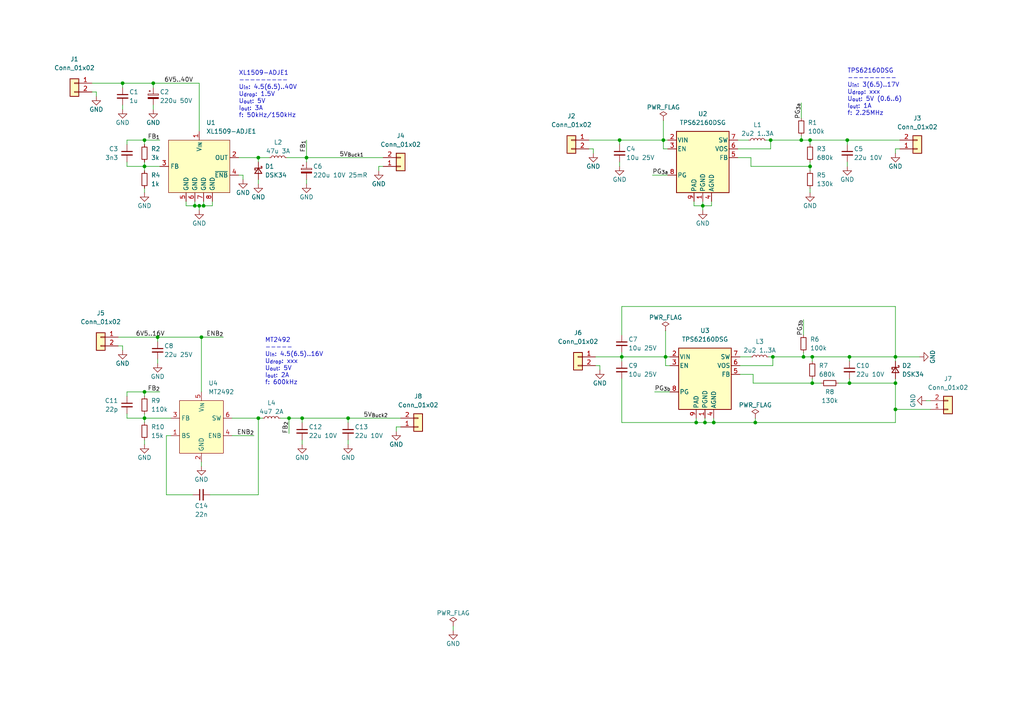
<source format=kicad_sch>
(kicad_sch (version 20211123) (generator eeschema)
  (paper "A4")
  (lib_symbols
    (symbol "Connector_Generic:Conn_01x02" (pin_names (offset 1.016) hide)
      (property "Reference" "J" (at 0 2.54 0))
      (property "Value" "Conn_01x02" (at 0 -5.08 0))
      (symbol "Conn_01x02_1_1"
        (rectangle (start -1.27 -2.413) (end 0 -2.667) (stroke (width 0.1524)))
        (rectangle (start -1.27 0.127) (end 0 -0.127) (stroke (width 0.1524)))
        (rectangle (start -1.27 1.27) (end 1.27 -3.81) (stroke (width 0.254)) (fill (type background)))
        (pin passive line (at -5.08 0 0) (length 3.81) (name "Pin_1") (number "1"))
        (pin passive line (at -5.08 -2.54 0) (length 3.81) (name "Pin_2") (number "2"))
      )
    )
    (symbol "Device:C_Polarized_Small" (pin_numbers hide) (pin_names (offset 0.254) hide)
      (property "Reference" "C" (at 0.254 1.778 0))
      (property "Value" "C_Polarized_Small" (at 0.254 -2.032 0))
      (symbol "C_Polarized_Small_0_1"
        (rectangle (start -1.524 -0.3048) (end 1.524 -0.6858) (fill (type outline)))
        (rectangle (start -1.524 0.6858) (end 1.524 0.3048))
        (polyline (pts (xy -1.27 1.524) (xy -0.762 1.524)))
        (polyline (pts (xy -1.016 1.27) (xy -1.016 1.778)))
      )
      (symbol "C_Polarized_Small_1_1"
        (pin passive line (at 0 2.54 270) (length 1.8542) (name "~") (number "1"))
        (pin passive line (at 0 -2.54 90) (length 1.8542) (name "~") (number "2"))
      )
    )
    (symbol "Device:C_Small" (pin_numbers hide) (pin_names (offset 0.254) hide)
      (property "Reference" "C" (at 0.254 1.778 0))
      (property "Value" "C_Small" (at 0.254 -2.032 0))
      (symbol "C_Small_0_1"
        (polyline (pts (xy -1.524 -0.508) (xy 1.524 -0.508)) (stroke (width 0.3302)))
        (polyline (pts (xy -1.524 0.508) (xy 1.524 0.508)) (stroke (width 0.3048)))
      )
      (symbol "C_Small_1_1"
        (pin passive line (at 0 2.54 270) (length 2.032) (name "~") (number "1"))
        (pin passive line (at 0 -2.54 90) (length 2.032) (name "~") (number "2"))
      )
    )
    (symbol "Device:D_Schottky_Small" (pin_numbers hide) (pin_names (offset 0.254) hide)
      (property "Reference" "D" (at -1.27 2.032 0))
      (property "Value" "D_Schottky_Small" (at -7.112 -2.032 0))
      (symbol "D_Schottky_Small_0_1"
        (polyline (pts (xy -0.762 0) (xy 0.762 0)))
        (polyline (pts (xy 0.762 -1.016) (xy -0.762 0) (xy 0.762 1.016) (xy 0.762 -1.016)) (stroke (width 0.254)))
        (polyline (pts (xy -1.27 0.762) (xy -1.27 1.016) (xy -0.762 1.016) (xy -0.762 -1.016) (xy -0.254 -1.016) (xy -0.254 -0.762)) (stroke (width 0.254)))
      )
      (symbol "D_Schottky_Small_1_1"
        (pin passive line (at -2.54 0 0) (length 1.778) (name "K") (number "1"))
        (pin passive line (at 2.54 0 180) (length 1.778) (name "A") (number "2"))
      )
    )
    (symbol "Device:L_Small" (pin_numbers hide) (pin_names (offset 0.254) hide)
      (property "Reference" "L" (at 0.762 1.016 0))
      (property "Value" "L_Small" (at 0.762 -1.016 0))
      (symbol "L_Small_0_1"
        (arc (start 0 -2.032) (mid 0.508 -1.524) (end 0 -1.016))
        (arc (start 0 -1.016) (mid 0.508 -0.508) (end 0 0))
        (arc (start 0 0) (mid 0.508 0.508) (end 0 1.016))
        (arc (start 0 1.016) (mid 0.508 1.524) (end 0 2.032))
      )
      (symbol "L_Small_1_1"
        (pin passive line (at 0 2.54 270) (length 0.508) (name "~") (number "1"))
        (pin passive line (at 0 -2.54 90) (length 0.508) (name "~") (number "2"))
      )
    )
    (symbol "Device:R_Small" (pin_numbers hide) (pin_names (offset 0.254) hide)
      (property "Reference" "R" (at 0.762 0.508 0))
      (property "Value" "R_Small" (at 0.762 -1.016 0))
      (symbol "R_Small_0_1"
        (rectangle (start -0.762 1.778) (end 0.762 -1.778) (stroke (width 0.2032)))
      )
      (symbol "R_Small_1_1"
        (pin passive line (at 0 2.54 270) (length 0.762) (name "~") (number "1"))
        (pin passive line (at 0 -2.54 90) (length 0.762) (name "~") (number "2"))
      )
    )
    (symbol "Regulator_Switching:TPS62160DSG" (pin_names (offset 0.254))
      (property "Reference" "U" (at -7.62 11.43 0))
      (property "Value" "TPS62160DSG" (at -1.27 11.43 0))
      (symbol "TPS62160DSG_0_1"
        (rectangle (start -7.62 10.16) (end 7.62 -7.62) (stroke (width 0.254)) (fill (type background)))
      )
      (symbol "TPS62160DSG_1_1"
        (pin power_in line (at 0 -10.16 90) (length 2.54) (name "PGND") (number "1"))
        (pin power_in line (at -10.16 7.62 0) (length 2.54) (name "VIN") (number "2"))
        (pin input line (at -10.16 5.08 0) (length 2.54) (name "EN") (number "3"))
        (pin power_in line (at 2.54 -10.16 90) (length 2.54) (name "AGND") (number "4"))
        (pin input line (at 10.16 2.54 180) (length 2.54) (name "FB") (number "5"))
        (pin input line (at 10.16 5.08 180) (length 2.54) (name "VOS") (number "6"))
        (pin output line (at 10.16 7.62 180) (length 2.54) (name "SW") (number "7"))
        (pin open_collector line (at -10.16 -2.54 0) (length 2.54) (name "PG") (number "8"))
        (pin power_in line (at -2.54 -10.16 90) (length 2.54) (name "PAD") (number "9"))
      )
    )
    (symbol "TimGollLib:MT2492"
      (property "Reference" "U" (at 1.27 12.7 0))
      (property "Value" "MT2492" (at 1.27 10.16 0))
      (symbol "MT2492_0_1"
        (rectangle (start -6.35 7.62) (end 6.35 -7.62) (fill (type background)))
      )
      (symbol "MT2492_1_1"
        (pin passive line (at -8.89 -2.54 0) (length 2.54) (name "BS") (number "1"))
        (pin passive line (at 0 -10.16 90) (length 2.54) (name "GND") (number "2"))
        (pin passive line (at -8.89 2.54 0) (length 2.54) (name "FB") (number "3"))
        (pin passive line (at 8.89 -2.54 180) (length 2.54) (name "ENB") (number "4"))
        (pin passive line (at 0 10.16 270) (length 2.54) (name "V_{IN}") (number "5"))
        (pin passive line (at 8.89 2.54 180) (length 2.54) (name "SW") (number "6"))
      )
    )
    (symbol "TimGollLib:XL1509-xxxE1"
      (property "Reference" "U" (at 2.54 12.7 0))
      (property "Value" "XL1509-xxxE1" (at 2.54 10.16 0))
      (symbol "XL1509-xxxE1_0_1"
        (rectangle (start -8.89 7.62) (end 8.89 -7.62) (fill (type background)))
      )
      (symbol "XL1509-xxxE1_1_1"
        (pin passive line (at 0 10.16 270) (length 2.54) (name "V_{IN}") (number "1"))
        (pin passive line (at 11.43 2.54 180) (length 2.54) (name "OUT") (number "2"))
        (pin passive line (at -11.43 0 0) (length 2.54) (name "FB") (number "3"))
        (pin passive line (at 11.43 -2.54 180) (length 2.54) (name "~{ENB}") (number "4"))
        (pin passive line (at -3.81 -10.16 90) (length 2.54) (name "GND") (number "5"))
        (pin passive line (at -1.27 -10.16 90) (length 2.54) (name "GND") (number "6"))
        (pin passive line (at 1.27 -10.16 90) (length 2.54) (name "GND") (number "7"))
        (pin passive line (at 3.81 -10.16 90) (length 2.54) (name "GND") (number "8"))
      )
    )
    (symbol "power:GND" (power) (pin_names (offset 0))
      (property "Value" "GND" (at 0 -3.81 0))
      (symbol "GND_0_1"
        (polyline (pts (xy 0 0) (xy 0 -1.27) (xy 1.27 -1.27) (xy 0 -2.54) (xy -1.27 -1.27) (xy 0 -1.27)))
      )
      (symbol "GND_1_1"
        (pin power_in line (at 0 0 270) (length 0) hide (name "GND") (number "1"))
      )
    )
    (symbol "power:PWR_FLAG" (power) (pin_numbers hide) (pin_names (offset 0) hide)
      (property "Value" "PWR_FLAG" (at 0 3.81 0))
      (symbol "PWR_FLAG_0_0"
        (pin power_out line (at 0 0 90) (length 0) (name "pwr") (number "1"))
      )
      (symbol "PWR_FLAG_0_1"
        (polyline (pts (xy 0 0) (xy 0 1.27) (xy -1.016 1.905) (xy 0 2.54) (xy 1.016 1.905) (xy 0 1.27)))
      )
    )
  )
  (junction (at 204.47 122.555))
  (junction (at 180.34 103.505))
  (junction (at 233.045 103.505))
  (junction (at 246.38 103.505))
  (junction (at 259.715 118.745))
  (junction (at 87.63 121.285))
  (junction (at 219.075 122.555))
  (junction (at 41.91 113.665))
  (junction (at 245.745 40.64))
  (junction (at 56.515 59.69))
  (junction (at 41.91 40.64))
  (junction (at 35.56 24.13))
  (junction (at 44.45 24.13))
  (junction (at 224.155 103.505))
  (junction (at 45.72 97.79))
  (junction (at 59.055 59.69))
  (junction (at 57.785 59.69))
  (junction (at 259.715 103.505))
  (junction (at 259.715 111.125))
  (junction (at 201.93 122.555))
  (junction (at 83.82 121.285))
  (junction (at 58.42 97.79))
  (junction (at 179.705 40.64))
  (junction (at 192.405 40.64))
  (junction (at 232.41 40.64))
  (junction (at 193.04 103.505))
  (junction (at 234.95 48.26))
  (junction (at 74.93 121.285))
  (junction (at 207.01 122.555))
  (junction (at 223.52 40.64))
  (junction (at 234.95 40.64))
  (junction (at 41.91 121.285))
  (junction (at 74.93 45.72))
  (junction (at 246.38 111.125))
  (junction (at 41.91 48.26))
  (junction (at 88.9 45.72))
  (junction (at 235.585 111.125))
  (junction (at 235.585 103.505))
  (junction (at 100.965 121.285))
  (junction (at 203.835 59.69))
  (wire (pts (xy 207.01 122.555) (xy 219.075 122.555)))
  (wire (pts (xy 233.045 103.505) (xy 235.585 103.505)))
  (wire (pts (xy 36.83 114.935) (xy 36.83 113.665)))
  (wire (pts (xy 53.975 59.69) (xy 56.515 59.69)))
  (wire (pts (xy 74.93 121.285) (xy 76.2 121.285)))
  (wire (pts (xy 201.93 122.555) (xy 204.47 122.555)))
  (wire (pts (xy 234.95 46.99) (xy 234.95 48.26)))
  (wire (pts (xy 193.04 103.505) (xy 194.31 103.505)))
  (wire (pts (xy 48.26 126.365) (xy 48.26 143.51)))
  (wire (pts (xy 233.045 92.71) (xy 233.045 97.155)))
  (wire (pts (xy 246.38 109.855) (xy 246.38 111.125)))
  (wire (pts (xy 36.83 113.665) (xy 41.91 113.665)))
  (wire (pts (xy 109.855 49.53) (xy 109.855 48.26)))
  (wire (pts (xy 180.34 102.235) (xy 180.34 103.505)))
  (wire (pts (xy 193.04 106.045) (xy 193.04 103.505)))
  (wire (pts (xy 180.34 104.775) (xy 180.34 103.505)))
  (wire (pts (xy 56.515 59.69) (xy 57.785 59.69)))
  (wire (pts (xy 259.715 43.18) (xy 260.985 43.18)))
  (wire (pts (xy 217.805 45.72) (xy 217.805 48.26)))
  (wire (pts (xy 259.715 109.855) (xy 259.715 111.125)))
  (wire (pts (xy 218.44 111.125) (xy 235.585 111.125)))
  (wire (pts (xy 36.83 46.99) (xy 36.83 48.26)))
  (wire (pts (xy 224.155 103.505) (xy 222.885 103.505)))
  (wire (pts (xy 180.34 109.855) (xy 180.34 122.555)))
  (wire (pts (xy 219.075 122.555) (xy 259.715 122.555)))
  (wire (pts (xy 259.715 103.505) (xy 259.715 104.775)))
  (wire (pts (xy 114.935 123.825) (xy 116.205 123.825)))
  (wire (pts (xy 53.975 58.42) (xy 53.975 59.69)))
  (wire (pts (xy 88.9 40.64) (xy 88.9 45.72)))
  (wire (pts (xy 83.82 121.285) (xy 87.63 121.285)))
  (wire (pts (xy 48.26 143.51) (xy 55.88 143.51)))
  (wire (pts (xy 192.405 40.64) (xy 193.675 40.64)))
  (wire (pts (xy 74.93 143.51) (xy 74.93 121.285)))
  (wire (pts (xy 234.95 40.64) (xy 234.95 41.91)))
  (wire (pts (xy 259.715 122.555) (xy 259.715 118.745)))
  (wire (pts (xy 213.995 43.18) (xy 223.52 43.18)))
  (wire (pts (xy 246.38 111.125) (xy 259.715 111.125)))
  (wire (pts (xy 35.56 25.4) (xy 35.56 24.13)))
  (wire (pts (xy 170.815 40.64) (xy 179.705 40.64)))
  (wire (pts (xy 41.91 40.64) (xy 46.355 40.64)))
  (wire (pts (xy 74.93 121.285) (xy 67.31 121.285)))
  (wire (pts (xy 36.83 121.285) (xy 41.91 121.285)))
  (wire (pts (xy 192.405 34.925) (xy 192.405 40.64)))
  (wire (pts (xy 194.31 106.045) (xy 193.04 106.045)))
  (wire (pts (xy 44.45 30.48) (xy 44.45 31.75)))
  (wire (pts (xy 58.42 113.665) (xy 58.42 97.79)))
  (wire (pts (xy 203.835 58.42) (xy 203.835 59.69)))
  (wire (pts (xy 218.44 108.585) (xy 218.44 111.125)))
  (wire (pts (xy 88.9 52.07) (xy 88.9 53.34)))
  (wire (pts (xy 58.42 97.79) (xy 64.77 97.79)))
  (wire (pts (xy 259.715 103.505) (xy 266.7 103.505)))
  (wire (pts (xy 41.91 49.53) (xy 41.91 48.26)))
  (wire (pts (xy 234.95 40.64) (xy 245.745 40.64)))
  (wire (pts (xy 41.91 46.99) (xy 41.91 48.26)))
  (wire (pts (xy 49.53 126.365) (xy 48.26 126.365)))
  (wire (pts (xy 41.91 48.26) (xy 46.355 48.26)))
  (wire (pts (xy 204.47 121.285) (xy 204.47 122.555)))
  (wire (pts (xy 35.56 24.13) (xy 44.45 24.13)))
  (wire (pts (xy 206.375 59.69) (xy 206.375 58.42)))
  (wire (pts (xy 179.705 41.91) (xy 179.705 40.64)))
  (wire (pts (xy 223.52 43.18) (xy 223.52 40.64)))
  (wire (pts (xy 83.82 121.285) (xy 83.82 125.73)))
  (wire (pts (xy 180.34 122.555) (xy 201.93 122.555)))
  (wire (pts (xy 56.515 58.42) (xy 56.515 59.69)))
  (wire (pts (xy 192.405 43.18) (xy 192.405 40.64)))
  (wire (pts (xy 193.675 43.18) (xy 192.405 43.18)))
  (wire (pts (xy 27.94 26.67) (xy 26.67 26.67)))
  (wire (pts (xy 35.56 30.48) (xy 35.56 31.75)))
  (wire (pts (xy 214.63 108.585) (xy 218.44 108.585)))
  (wire (pts (xy 61.595 59.69) (xy 61.595 58.42)))
  (wire (pts (xy 214.63 103.505) (xy 217.805 103.505)))
  (wire (pts (xy 234.95 48.26) (xy 234.95 49.53)))
  (wire (pts (xy 235.585 103.505) (xy 235.585 104.775)))
  (wire (pts (xy 45.72 97.79) (xy 45.72 99.06)))
  (wire (pts (xy 87.63 127.635) (xy 87.63 128.905)))
  (wire (pts (xy 232.41 40.64) (xy 234.95 40.64)))
  (wire (pts (xy 27.94 27.94) (xy 27.94 26.67)))
  (wire (pts (xy 88.9 45.72) (xy 111.125 45.72)))
  (wire (pts (xy 100.965 121.285) (xy 100.965 122.555)))
  (wire (pts (xy 245.745 46.99) (xy 245.745 48.26)))
  (wire (pts (xy 60.96 143.51) (xy 74.93 143.51)))
  (wire (pts (xy 114.935 125.095) (xy 114.935 123.825)))
  (wire (pts (xy 100.965 127.635) (xy 100.965 128.905)))
  (wire (pts (xy 41.91 54.61) (xy 41.91 55.88)))
  (wire (pts (xy 233.045 102.235) (xy 233.045 103.505)))
  (wire (pts (xy 201.295 59.69) (xy 203.835 59.69)))
  (wire (pts (xy 179.705 40.64) (xy 192.405 40.64)))
  (wire (pts (xy 35.56 100.33) (xy 34.29 100.33)))
  (wire (pts (xy 36.83 48.26) (xy 41.91 48.26)))
  (wire (pts (xy 70.485 52.07) (xy 70.485 50.8)))
  (wire (pts (xy 232.41 39.37) (xy 232.41 40.64)))
  (wire (pts (xy 41.91 113.665) (xy 46.355 113.665)))
  (wire (pts (xy 88.9 45.72) (xy 88.9 46.99)))
  (wire (pts (xy 41.91 127.635) (xy 41.91 128.905)))
  (wire (pts (xy 180.34 97.155) (xy 180.34 88.9)))
  (wire (pts (xy 83.185 45.72) (xy 88.9 45.72)))
  (wire (pts (xy 131.445 181.61) (xy 131.445 182.88)))
  (wire (pts (xy 204.47 122.555) (xy 207.01 122.555)))
  (wire (pts (xy 234.95 54.61) (xy 234.95 55.88)))
  (wire (pts (xy 74.93 45.72) (xy 78.105 45.72)))
  (wire (pts (xy 41.91 120.015) (xy 41.91 121.285)))
  (wire (pts (xy 224.155 106.045) (xy 224.155 103.505)))
  (wire (pts (xy 45.72 104.14) (xy 45.72 105.41)))
  (wire (pts (xy 173.99 107.315) (xy 173.99 106.045)))
  (wire (pts (xy 235.585 103.505) (xy 246.38 103.505)))
  (wire (pts (xy 67.31 126.365) (xy 73.66 126.365)))
  (wire (pts (xy 189.865 113.665) (xy 194.31 113.665)))
  (wire (pts (xy 189.23 50.8) (xy 193.675 50.8)))
  (wire (pts (xy 109.855 48.26) (xy 111.125 48.26)))
  (wire (pts (xy 41.91 113.665) (xy 41.91 114.935)))
  (wire (pts (xy 44.45 24.13) (xy 57.785 24.13)))
  (wire (pts (xy 81.28 121.285) (xy 83.82 121.285)))
  (wire (pts (xy 235.585 109.855) (xy 235.585 111.125)))
  (wire (pts (xy 214.63 106.045) (xy 224.155 106.045)))
  (wire (pts (xy 180.34 88.9) (xy 259.715 88.9)))
  (wire (pts (xy 59.055 59.69) (xy 61.595 59.69)))
  (wire (pts (xy 201.295 58.42) (xy 201.295 59.69)))
  (wire (pts (xy 87.63 121.285) (xy 100.965 121.285)))
  (wire (pts (xy 245.745 40.64) (xy 245.745 41.91)))
  (wire (pts (xy 36.83 41.91) (xy 36.83 40.64)))
  (wire (pts (xy 259.715 44.45) (xy 259.715 43.18)))
  (wire (pts (xy 45.72 97.79) (xy 58.42 97.79)))
  (wire (pts (xy 41.91 40.64) (xy 41.91 41.91)))
  (wire (pts (xy 203.835 59.69) (xy 203.835 60.96)))
  (wire (pts (xy 213.995 40.64) (xy 217.17 40.64)))
  (wire (pts (xy 213.995 45.72) (xy 217.805 45.72)))
  (wire (pts (xy 34.29 97.79) (xy 45.72 97.79)))
  (wire (pts (xy 268.605 116.205) (xy 269.875 116.205)))
  (wire (pts (xy 172.72 103.505) (xy 180.34 103.505)))
  (wire (pts (xy 172.085 43.18) (xy 170.815 43.18)))
  (wire (pts (xy 59.055 58.42) (xy 59.055 59.69)))
  (wire (pts (xy 36.83 120.015) (xy 36.83 121.285)))
  (wire (pts (xy 41.91 122.555) (xy 41.91 121.285)))
  (wire (pts (xy 232.41 29.845) (xy 232.41 34.29)))
  (wire (pts (xy 36.83 40.64) (xy 41.91 40.64)))
  (wire (pts (xy 217.805 48.26) (xy 234.95 48.26)))
  (wire (pts (xy 203.835 59.69) (xy 206.375 59.69)))
  (wire (pts (xy 259.715 88.9) (xy 259.715 103.505)))
  (wire (pts (xy 74.93 52.07) (xy 74.93 53.34)))
  (wire (pts (xy 69.215 45.72) (xy 74.93 45.72)))
  (wire (pts (xy 259.715 118.745) (xy 269.875 118.745)))
  (wire (pts (xy 116.205 121.285) (xy 100.965 121.285)))
  (wire (pts (xy 180.34 103.505) (xy 193.04 103.505)))
  (wire (pts (xy 219.075 121.285) (xy 219.075 122.555)))
  (wire (pts (xy 179.705 46.99) (xy 179.705 48.26)))
  (wire (pts (xy 259.715 118.745) (xy 259.715 111.125)))
  (wire (pts (xy 173.99 106.045) (xy 172.72 106.045)))
  (wire (pts (xy 35.56 101.6) (xy 35.56 100.33)))
  (wire (pts (xy 243.205 111.125) (xy 246.38 111.125)))
  (wire (pts (xy 245.745 40.64) (xy 260.985 40.64)))
  (wire (pts (xy 57.785 59.69) (xy 57.785 60.96)))
  (wire (pts (xy 44.45 24.13) (xy 44.45 25.4)))
  (wire (pts (xy 246.38 103.505) (xy 246.38 104.775)))
  (wire (pts (xy 223.52 40.64) (xy 222.25 40.64)))
  (wire (pts (xy 58.42 133.985) (xy 58.42 135.255)))
  (wire (pts (xy 26.67 24.13) (xy 35.56 24.13)))
  (wire (pts (xy 172.085 44.45) (xy 172.085 43.18)))
  (wire (pts (xy 74.93 45.72) (xy 74.93 46.99)))
  (wire (pts (xy 57.785 24.13) (xy 57.785 38.1)))
  (wire (pts (xy 223.52 40.64) (xy 232.41 40.64)))
  (wire (pts (xy 193.04 95.885) (xy 193.04 103.505)))
  (wire (pts (xy 224.155 103.505) (xy 233.045 103.505)))
  (wire (pts (xy 235.585 111.125) (xy 238.125 111.125)))
  (wire (pts (xy 201.93 121.285) (xy 201.93 122.555)))
  (wire (pts (xy 57.785 59.69) (xy 59.055 59.69)))
  (wire (pts (xy 246.38 103.505) (xy 259.715 103.505)))
  (wire (pts (xy 207.01 122.555) (xy 207.01 121.285)))
  (wire (pts (xy 41.91 121.285) (xy 49.53 121.285)))
  (wire (pts (xy 70.485 50.8) (xy 69.215 50.8)))
  (wire (pts (xy 87.63 121.285) (xy 87.63 122.555)))
  (text "XL1509-ADJE1\n---------\nU_{in}: 4.5(6.5)..40V\nU_{drop}: 1.5V\nU_{out}: 5V\nI_{out}: 3A\nf: 50kHz/150kHz" (at 69.215 34.29 0) (effects (font (size 1.27 1.27)) (justify left bottom)))
  (text "TPS62160DSG\n---------\nU_{in}: 3(6.5)..17V\nU_{drop}: xxx\nU_{out}: 5V (0.6..6)\nI_{out}: 1A\nf: 2.25MHz" (at 245.745 33.655 0) (effects (font (size 1.27 1.27)) (justify left bottom)))
  (text "MT2492\n-----\nU_{in}: 4.5(6.5)..16V\nU_{drop}: xxx\nU_{out}: 5V\nI_{out}: 2A\nf: 600kHz" (at 76.835 111.76 0) (effects (font (size 1.27 1.27)) (justify left bottom)))
  (label "5V_{Buck2}" (at 105.41 121.285 0))
  (label "FB_{2}" (at 46.355 113.665 180))
  (label "PG_{3a}" (at 189.23 50.8 0))
  (label "PG_{3b}" (at 189.865 113.665 0))
  (label "ENB_{2}" (at 73.66 126.365 180))
  (label "FB_{1}" (at 46.355 40.64 180))
  (label "PG_{3b}" (at 233.045 92.71 270))
  (label "ENB_{2}" (at 64.77 97.79 180))
  (label "FB_{1}" (at 88.9 40.64 270))
  (label "5V_{Buck1}" (at 98.425 45.72 0))
  (label "6V5..40V" (at 47.625 24.13 0))
  (label "6V5..16V" (at 39.37 97.79 0))
  (label "PG_{3a}" (at 232.41 29.845 270))
  (label "FB_{2}" (at 83.82 125.73 90))
  (symbol (lib_id "Device:C_Small") (at 87.63 125.095 0) (unit 1)
    (property "Reference" "C12" (at 89.535 123.825 0) (effects (justify left)))
    (property "Value" "22u 10V" (at 89.535 126.365 0) (effects (justify left)))
    (property "Footprint" "Capacitor_SMD:C_1206_3216Metric" (effects hide))
    (property "LCSC Part #" "C5672" (effects hide))
  )
  (symbol (lib_id "Device:C_Small") (at 36.83 117.475 0) (mirror y) (unit 1)
    (property "Reference" "C11" (at 34.29 116.205 0) (effects (justify left)))
    (property "Value" "22p" (at 34.29 118.745 0) (effects (justify left)))
    (property "Footprint" "Capacitor_SMD:C_0402_1005Metric" (effects hide))
    (property "LCSC Part #" "C1555" (effects hide))
  )
  (symbol (lib_id "Device:R_Small") (at 235.585 107.315 0) (unit 1)
    (property "Reference" "R7" (at 237.49 106.045 0) (effects (justify left)))
    (property "Value" "680k" (at 237.49 108.585 0) (effects (justify left)))
    (property "Footprint" "Resistor_SMD:R_0603_1608Metric" (effects hide))
    (property "LCSC Part #" "C25822" (effects hide))
  )
  (symbol (lib_id "power:GND") (at 268.605 116.205 270) (unit 1)
    (property "Reference" "#PWR0125" (effects hide))
    (property "Value" "GND" (at 264.795 116.205 0))
  )
  (symbol (lib_id "Device:C_Polarized_Small") (at 44.45 27.94 0) (unit 1)
    (property "Reference" "C2" (at 46.355 26.67 0) (effects (justify left)))
    (property "Value" "220u 50V" (at 46.355 29.21 0) (effects (justify left)))
    (property "Footprint" "Capacitor_SMD:CP_Elec_10x10" (effects hide))
    (property "LCSC Part #" "C125977" (effects hide))
  )
  (symbol (lib_id "power:GND") (at 100.965 128.905 0) (unit 1)
    (property "Reference" "#PWR0102" (effects hide))
    (property "Value" "GND" (at 100.965 132.715 0))
  )
  (symbol (lib_id "Device:R_Small") (at 234.95 52.07 0) (unit 1)
    (property "Reference" "R5" (at 236.855 50.8 0) (effects (justify left)))
    (property "Value" "130k" (at 236.855 53.34 0) (effects (justify left)))
    (property "Footprint" "Resistor_SMD:R_0603_1608Metric" (effects hide))
    (property "LCSC Part #" "C22795" (effects hide))
  )
  (symbol (lib_id "power:GND") (at 109.855 49.53 0) (unit 1)
    (property "Reference" "#PWR0113" (effects hide))
    (property "Value" "GND" (at 109.855 53.34 0))
  )
  (symbol (lib_id "power:GND") (at 87.63 128.905 0) (unit 1)
    (property "Reference" "#PWR0101" (effects hide))
    (property "Value" "GND" (at 87.63 132.715 0))
  )
  (symbol (lib_id "power:GND") (at 114.935 125.095 0) (unit 1)
    (property "Reference" "#PWR0103" (effects hide))
    (property "Value" "GND" (at 114.935 128.905 0))
  )
  (symbol (lib_id "Device:C_Small") (at 36.83 44.45 0) (mirror y) (unit 1)
    (property "Reference" "C3" (at 34.29 43.18 0) (effects (justify left)))
    (property "Value" "3n3" (at 34.29 45.72 0) (effects (justify left)))
    (property "Footprint" "Capacitor_SMD:C_0402_1005Metric" (effects hide))
    (property "LCSC Part #" "C26404" (effects hide))
  )
  (symbol (lib_id "power:GND") (at 58.42 135.255 0) (unit 1)
    (property "Reference" "#PWR0108" (effects hide))
    (property "Value" "GND" (at 58.42 139.065 0))
  )
  (symbol (lib_id "power:PWR_FLAG") (at 193.04 95.885 0) (unit 1)
    (property "Reference" "#FLG0103" (effects hide))
    (property "Value" "PWR_FLAG" (at 193.04 92.075 0))
  )
  (symbol (lib_id "TimGollLib:XL1509-xxxE1") (at 57.785 48.26 0) (unit 1)
    (property "Reference" "U1" (at 59.8044 35.56 0) (effects (justify left)))
    (property "Value" "XL1509-ADJE1" (at 59.8044 38.1 0) (effects (justify left)))
    (property "Footprint" "Package_SO:SOIC-8_3.9x4.9mm_P1.27mm" (effects hide))
    (property "Datasheet" "https://datasheet.lcsc.com/lcsc/1809050422_XLSEMI-XL1509-5-0E1_C61063.pdf" (effects hide))
    (property "LCSC Part #" "C2681227" (effects hide))
  )
  (symbol (lib_id "power:PWR_FLAG") (at 219.075 121.285 0) (unit 1)
    (property "Reference" "#FLG0104" (effects hide))
    (property "Value" "PWR_FLAG" (at 219.075 117.475 0))
  )
  (symbol (lib_id "Device:R_Small") (at 234.95 44.45 0) (unit 1)
    (property "Reference" "R3" (at 236.855 43.18 0) (effects (justify left)))
    (property "Value" "680k" (at 236.855 45.72 0) (effects (justify left)))
    (property "Footprint" "Resistor_SMD:R_0603_1608Metric" (effects hide))
    (property "LCSC Part #" "C25822" (effects hide))
  )
  (symbol (lib_id "power:GND") (at 70.485 52.07 0) (unit 1)
    (property "Reference" "#PWR0114" (effects hide))
    (property "Value" "GND" (at 70.485 55.88 0))
  )
  (symbol (lib_id "power:GND") (at 57.785 60.96 0) (unit 1)
    (property "Reference" "#PWR0112" (effects hide))
    (property "Value" "GND" (at 57.785 64.77 0))
  )
  (symbol (lib_id "Device:C_Small") (at 100.965 125.095 0) (unit 1)
    (property "Reference" "C13" (at 102.87 123.825 0) (effects (justify left)))
    (property "Value" "22u 10V" (at 102.87 126.365 0) (effects (justify left)))
    (property "Footprint" "Capacitor_SMD:C_1206_3216Metric" (effects hide))
    (property "LCSC Part #" "C5672" (effects hide))
  )
  (symbol (lib_id "power:GND") (at 41.91 55.88 0) (unit 1)
    (property "Reference" "#PWR0105" (effects hide))
    (property "Value" "GND" (at 41.91 59.69 0))
  )
  (symbol (lib_id "power:GND") (at 27.94 27.94 0) (unit 1)
    (property "Reference" "#PWR0107" (effects hide))
    (property "Value" "GND" (at 27.94 31.75 0))
  )
  (symbol (lib_id "power:GND") (at 203.835 60.96 0) (unit 1)
    (property "Reference" "#PWR0119" (effects hide))
    (property "Value" "GND" (at 203.835 64.77 0))
  )
  (symbol (lib_id "power:GND") (at 234.95 55.88 0) (unit 1)
    (property "Reference" "#PWR0120" (effects hide))
    (property "Value" "GND" (at 234.95 59.69 0))
  )
  (symbol (lib_id "power:GND") (at 45.72 105.41 0) (unit 1)
    (property "Reference" "#PWR0111" (effects hide))
    (property "Value" "GND" (at 45.72 109.22 0))
  )
  (symbol (lib_id "Connector_Generic:Conn_01x02") (at 266.065 43.18 0) (mirror x) (unit 1)
    (property "Reference" "J3" (at 266.065 34.29 0))
    (property "Value" "Conn_01x02" (at 266.065 36.83 0))
    (property "Footprint" "TerminalBlock_Phoenix:TerminalBlock_Phoenix_MKDS-1,5-2-5.08_1x02_P5.08mm_Horizontal" (effects hide))
    (property "LCSC Part #" "C8465" (effects hide))
  )
  (symbol (lib_id "power:GND") (at 35.56 31.75 0) (unit 1)
    (property "Reference" "#PWR0106" (effects hide))
    (property "Value" "GND" (at 35.56 35.56 0))
  )
  (symbol (lib_id "power:GND") (at 88.9 53.34 0) (unit 1)
    (property "Reference" "#PWR0116" (effects hide))
    (property "Value" "GND" (at 88.9 57.15 0))
  )
  (symbol (lib_id "Connector_Generic:Conn_01x02") (at 121.285 123.825 0) (mirror x) (unit 1)
    (property "Reference" "J8" (at 121.285 114.935 0))
    (property "Value" "Conn_01x02" (at 121.285 117.475 0))
    (property "Footprint" "TerminalBlock_Phoenix:TerminalBlock_Phoenix_MKDS-1,5-2-5.08_1x02_P5.08mm_Horizontal" (effects hide))
    (property "LCSC Part #" "C8465" (effects hide))
  )
  (symbol (lib_id "Device:C_Small") (at 58.42 143.51 90) (mirror x) (unit 1)
    (property "Reference" "C14" (at 58.42 146.685 90))
    (property "Value" "22n" (at 58.42 149.225 90))
    (property "Footprint" "Capacitor_SMD:C_0402_1005Metric" (effects hide))
    (property "LCSC Part #" "C1532" (effects hide))
  )
  (symbol (lib_id "Device:L_Small") (at 220.345 103.505 90) (unit 1)
    (property "Reference" "L3" (at 220.345 99.06 90))
    (property "Value" "2u2 1..3A" (at 220.345 101.6 90))
    (property "Footprint" "Inductor_SMD:L_Wuerth_MAPI-3015" (effects hide))
    (property "LCSC Part #" "C436631" (effects hide))
  )
  (symbol (lib_id "power:GND") (at 259.715 44.45 0) (unit 1)
    (property "Reference" "#PWR0122" (effects hide))
    (property "Value" "GND" (at 259.715 48.26 0))
  )
  (symbol (lib_id "power:PWR_FLAG") (at 192.405 34.925 0) (unit 1)
    (property "Reference" "#FLG0102" (effects hide))
    (property "Value" "PWR_FLAG" (at 192.405 31.115 0))
  )
  (symbol (lib_id "Device:L_Small") (at 219.71 40.64 90) (unit 1)
    (property "Reference" "L1" (at 219.71 36.195 90))
    (property "Value" "2u2 1..3A" (at 219.71 38.735 90))
    (property "Footprint" "Inductor_SMD:L_Wuerth_MAPI-3015" (effects hide))
    (property "LCSC Part #" "C436631" (effects hide))
  )
  (symbol (lib_id "power:GND") (at 179.705 48.26 0) (unit 1)
    (property "Reference" "#PWR0118" (effects hide))
    (property "Value" "GND" (at 179.705 52.07 0))
  )
  (symbol (lib_id "Connector_Generic:Conn_01x02") (at 116.205 48.26 0) (mirror x) (unit 1)
    (property "Reference" "J4" (at 116.205 39.37 0))
    (property "Value" "Conn_01x02" (at 116.205 41.91 0))
    (property "Footprint" "TerminalBlock_Phoenix:TerminalBlock_Phoenix_MKDS-1,5-2-5.08_1x02_P5.08mm_Horizontal" (effects hide))
    (property "LCSC Part #" "C8465" (effects hide))
  )
  (symbol (lib_id "power:GND") (at 35.56 101.6 0) (unit 1)
    (property "Reference" "#PWR0110" (effects hide))
    (property "Value" "GND" (at 35.56 105.41 0))
  )
  (symbol (lib_id "Device:C_Small") (at 246.38 107.315 0) (unit 1)
    (property "Reference" "C10" (at 248.285 106.045 0) (effects (justify left)))
    (property "Value" "22u 10V" (at 248.285 108.585 0) (effects (justify left)))
    (property "Footprint" "Capacitor_SMD:C_1206_3216Metric" (effects hide))
    (property "LCSC Part #" "C5672" (effects hide))
  )
  (symbol (lib_id "Device:R_Small") (at 41.91 117.475 0) (unit 1)
    (property "Reference" "R9" (at 43.815 116.205 0) (effects (justify left)))
    (property "Value" "110k" (at 43.815 118.745 0) (effects (justify left)))
    (property "Footprint" "Resistor_SMD:R_0603_1608Metric" (effects hide))
    (property "LCSC Part #" "C25805" (effects hide))
  )
  (symbol (lib_id "power:GND") (at 41.91 128.905 0) (unit 1)
    (property "Reference" "#PWR0109" (effects hide))
    (property "Value" "GND" (at 41.91 132.715 0))
  )
  (symbol (lib_id "Device:R_Small") (at 41.91 44.45 0) (unit 1)
    (property "Reference" "R2" (at 43.815 43.18 0) (effects (justify left)))
    (property "Value" "3k" (at 43.815 45.72 0) (effects (justify left)))
    (property "Footprint" "Resistor_SMD:R_0603_1608Metric" (effects hide))
    (property "LCSC Part #" "C4211" (effects hide))
  )
  (symbol (lib_id "Device:R_Small") (at 41.91 52.07 0) (unit 1)
    (property "Reference" "R4" (at 43.815 50.8 0) (effects (justify left)))
    (property "Value" "1k" (at 43.815 53.34 0) (effects (justify left)))
    (property "Footprint" "Resistor_SMD:R_0603_1608Metric" (effects hide))
    (property "LCSC Part #" "C21190" (effects hide))
  )
  (symbol (lib_id "Device:C_Polarized_Small") (at 88.9 49.53 0) (unit 1)
    (property "Reference" "C6" (at 90.805 48.26 0) (effects (justify left)))
    (property "Value" "220u 10V 25mR" (at 90.805 50.8 0) (effects (justify left)))
    (property "Footprint" "Capacitor_Tantalum_SMD:CP_EIA-7343-31_Kemet-D" (effects hide))
    (property "LCSC Part #" "C147767" (effects hide))
  )
  (symbol (lib_id "Device:L_Small") (at 78.74 121.285 90) (unit 1)
    (property "Reference" "L4" (at 78.74 116.84 90))
    (property "Value" "4u7 2A" (at 78.74 119.38 90))
    (property "Footprint" "Inductor_SMD:L_Wuerth_WE-PD2-Typ-MS" (effects hide))
    (property "LCSC Part #" "C354596" (effects hide))
  )
  (symbol (lib_id "Device:C_Small") (at 180.34 107.315 0) (unit 1)
    (property "Reference" "C9" (at 182.245 106.045 0) (effects (justify left)))
    (property "Value" "10u 25V" (at 182.245 108.585 0) (effects (justify left)))
    (property "Footprint" "Capacitor_SMD:C_0603_1608Metric" (effects hide))
    (property "LCSC Part #" "C96446" (effects hide))
  )
  (symbol (lib_id "Regulator_Switching:TPS62160DSG") (at 204.47 111.125 0) (unit 1)
    (property "Reference" "U3" (at 204.47 95.885 0))
    (property "Value" "TPS62160DSG" (at 204.47 98.425 0))
    (property "Footprint" "Package_SON:WSON-8-1EP_2x2mm_P0.5mm_EP0.9x1.6mm_ThermalVias" (effects hide))
    (property "Datasheet" "http://www.ti.com/lit/ds/symlink/tps62160.pdf" (effects hide))
    (property "LCSC Part #" "C324077" (effects hide))
  )
  (symbol (lib_id "Connector_Generic:Conn_01x02") (at 165.735 40.64 0) (mirror y) (unit 1)
    (property "Reference" "J2" (at 165.735 33.655 0))
    (property "Value" "Conn_01x02" (at 165.735 36.195 0))
    (property "Footprint" "TerminalBlock_Phoenix:TerminalBlock_Phoenix_MKDS-1,5-2-5.08_1x02_P5.08mm_Horizontal" (effects hide))
    (property "LCSC Part #" "C8465" (effects hide))
  )
  (symbol (lib_id "power:GND") (at 245.745 48.26 0) (unit 1)
    (property "Reference" "#PWR0121" (effects hide))
    (property "Value" "GND" (at 245.745 52.07 0))
  )
  (symbol (lib_id "Device:C_Small") (at 35.56 27.94 0) (unit 1)
    (property "Reference" "C1" (at 37.465 26.67 0) (effects (justify left)))
    (property "Value" "1u" (at 37.465 29.21 0) (effects (justify left)))
    (property "Footprint" "Capacitor_SMD:C_0603_1608Metric" (effects hide))
    (property "LCSC Part #" "C15849" (effects hide))
  )
  (symbol (lib_id "Device:D_Schottky_Small") (at 259.715 107.315 270) (unit 1)
    (property "Reference" "D2" (at 261.62 106.045 90) (effects (justify left)))
    (property "Value" "DSK34" (at 261.62 108.585 90) (effects (justify left)))
    (property "Footprint" "Diode_SMD:D_SOD-123" (effects hide))
    (property "LCSC Part #" "C41029" (effects hide))
  )
  (symbol (lib_id "Connector_Generic:Conn_01x02") (at 21.59 24.13 0) (mirror y) (unit 1)
    (property "Reference" "J1" (at 21.59 17.145 0))
    (property "Value" "Conn_01x02" (at 21.59 19.685 0))
    (property "Footprint" "TerminalBlock_Phoenix:TerminalBlock_Phoenix_MKDS-1,5-2-5.08_1x02_P5.08mm_Horizontal" (effects hide))
    (property "LCSC Part #" "C8465" (effects hide))
  )
  (symbol (lib_id "Device:C_Small") (at 180.34 99.695 0) (unit 1)
    (property "Reference" "C7" (at 182.245 98.425 0) (effects (justify left)))
    (property "Value" "10u 25V" (at 182.245 100.965 0) (effects (justify left)))
    (property "Footprint" "Capacitor_SMD:C_0603_1608Metric" (effects hide))
    (property "LCSC Part #" "C96446" (effects hide))
  )
  (symbol (lib_id "Device:D_Schottky_Small") (at 74.93 49.53 270) (unit 1)
    (property "Reference" "D1" (at 76.835 48.26 90) (effects (justify left)))
    (property "Value" "DSK34" (at 76.835 50.8 90) (effects (justify left)))
    (property "Footprint" "Diode_SMD:D_SOD-123" (effects hide))
    (property "LCSC Part #" "C41029" (effects hide))
  )
  (symbol (lib_id "Connector_Generic:Conn_01x02") (at 274.955 118.745 0) (mirror x) (unit 1)
    (property "Reference" "J7" (at 274.955 109.855 0))
    (property "Value" "Conn_01x02" (at 274.955 112.395 0))
    (property "Footprint" "TerminalBlock_Phoenix:TerminalBlock_Phoenix_MKDS-1,5-2-5.08_1x02_P5.08mm_Horizontal" (effects hide))
    (property "LCSC Part #" "C8465" (effects hide))
  )
  (symbol (lib_id "Connector_Generic:Conn_01x02") (at 167.64 103.505 0) (mirror y) (unit 1)
    (property "Reference" "J6" (at 167.64 96.52 0))
    (property "Value" "Conn_01x02" (at 167.64 99.06 0))
    (property "Footprint" "TerminalBlock_Phoenix:TerminalBlock_Phoenix_MKDS-1,5-2-5.08_1x02_P5.08mm_Horizontal" (effects hide))
    (property "LCSC Part #" "C8465" (effects hide))
  )
  (symbol (lib_id "Device:R_Small") (at 240.665 111.125 270) (unit 1)
    (property "Reference" "R8" (at 240.665 113.665 90))
    (property "Value" "130k" (at 240.665 116.205 90))
    (property "Footprint" "Resistor_SMD:R_0603_1608Metric" (effects hide))
    (property "LCSC Part #" "C22795" (effects hide))
  )
  (symbol (lib_id "Device:C_Small") (at 245.745 44.45 0) (unit 1)
    (property "Reference" "C5" (at 247.65 43.18 0) (effects (justify left)))
    (property "Value" "22u 10V" (at 247.65 45.72 0) (effects (justify left)))
    (property "Footprint" "Capacitor_SMD:C_1206_3216Metric" (effects hide))
    (property "LCSC Part #" "C5672" (effects hide))
  )
  (symbol (lib_id "power:GND") (at 131.445 182.88 0) (unit 1)
    (property "Reference" "#PWR0126" (effects hide))
    (property "Value" "GND" (at 131.445 186.69 0))
  )
  (symbol (lib_id "Device:R_Small") (at 233.045 99.695 0) (unit 1)
    (property "Reference" "R6" (at 234.95 98.425 0) (effects (justify left)))
    (property "Value" "100k" (at 234.95 100.965 0) (effects (justify left)))
    (property "Footprint" "Resistor_SMD:R_0603_1608Metric" (effects hide))
    (property "LCSC Part #" "C25803" (effects hide))
  )
  (symbol (lib_id "Device:C_Small") (at 45.72 101.6 0) (unit 1)
    (property "Reference" "C8" (at 47.625 100.33 0) (effects (justify left)))
    (property "Value" "22u 25V" (at 47.625 102.87 0) (effects (justify left)))
    (property "Footprint" "Capacitor_SMD:C_0805_2012Metric" (effects hide))
    (property "LCSC Part #" "C45783" (effects hide))
  )
  (symbol (lib_id "Regulator_Switching:TPS62160DSG") (at 203.835 48.26 0) (unit 1)
    (property "Reference" "U2" (at 203.835 33.02 0))
    (property "Value" "TPS62160DSG" (at 203.835 35.56 0))
    (property "Footprint" "Package_SON:WSON-8-1EP_2x2mm_P0.5mm_EP0.9x1.6mm_ThermalVias" (effects hide))
    (property "Datasheet" "http://www.ti.com/lit/ds/symlink/tps62160.pdf" (effects hide))
    (property "LCSC Part #" "C324077" (effects hide))
  )
  (symbol (lib_id "Device:R_Small") (at 232.41 36.83 0) (unit 1)
    (property "Reference" "R1" (at 234.315 35.56 0) (effects (justify left)))
    (property "Value" "100k" (at 234.315 38.1 0) (effects (justify left)))
    (property "Footprint" "Resistor_SMD:R_0603_1608Metric" (effects hide))
    (property "LCSC Part #" "C25803" (effects hide))
  )
  (symbol (lib_id "Device:C_Small") (at 179.705 44.45 0) (unit 1)
    (property "Reference" "C4" (at 181.61 43.18 0) (effects (justify left)))
    (property "Value" "10u 25V" (at 181.61 45.72 0) (effects (justify left)))
    (property "Footprint" "Capacitor_SMD:C_0603_1608Metric" (effects hide))
    (property "LCSC Part #" "C96446" (effects hide))
  )
  (symbol (lib_id "power:GND") (at 172.085 44.45 0) (unit 1)
    (property "Reference" "#PWR0117" (effects hide))
    (property "Value" "GND" (at 172.085 48.26 0))
  )
  (symbol (lib_id "power:GND") (at 173.99 107.315 0) (unit 1)
    (property "Reference" "#PWR0123" (effects hide))
    (property "Value" "GND" (at 173.99 111.125 0))
  )
  (symbol (lib_id "Connector_Generic:Conn_01x02") (at 29.21 97.79 0) (mirror y) (unit 1)
    (property "Reference" "J5" (at 29.21 90.805 0))
    (property "Value" "Conn_01x02" (at 29.21 93.345 0))
    (property "Footprint" "TerminalBlock_Phoenix:TerminalBlock_Phoenix_MKDS-1,5-2-5.08_1x02_P5.08mm_Horizontal" (effects hide))
    (property "LCSC Part #" "C8465" (effects hide))
  )
  (symbol (lib_id "power:PWR_FLAG") (at 131.445 181.61 0) (unit 1)
    (property "Reference" "#FLG0101" (effects hide))
    (property "Value" "PWR_FLAG" (at 131.445 177.8 0))
  )
  (symbol (lib_id "power:GND") (at 44.45 31.75 0) (unit 1)
    (property "Reference" "#PWR0104" (effects hide))
    (property "Value" "GND" (at 44.45 35.56 0))
  )
  (symbol (lib_id "TimGollLib:MT2492") (at 58.42 123.825 0) (unit 1)
    (property "Reference" "U4" (at 60.4394 111.125 0) (effects (justify left)))
    (property "Value" "MT2492" (at 60.4394 113.665 0) (effects (justify left)))
    (property "Footprint" "Package_TO_SOT_SMD:SOT-23-6" (effects hide))
    (property "Datasheet" "https://datasheet.lcsc.com/lcsc/2212101330_XI-AN-Aerosemi-Tech-MT2492_C89358.pdf" (effects hide))
    (property "LCSC Part #" "C89358" (effects hide))
  )
  (symbol (lib_id "power:GND") (at 266.7 103.505 90) (unit 1)
    (property "Reference" "#PWR0124" (effects hide))
    (property "Value" "GND" (at 270.51 103.505 0))
  )
  (symbol (lib_id "power:GND") (at 74.93 53.34 0) (unit 1)
    (property "Reference" "#PWR0115" (effects hide))
    (property "Value" "GND" (at 74.93 57.15 0))
  )
  (symbol (lib_id "Device:L_Small") (at 80.645 45.72 90) (unit 1)
    (property "Reference" "L2" (at 80.645 41.275 90))
    (property "Value" "47u 3A" (at 80.645 43.815 90))
    (property "Footprint" "Inductor_SMD:L_12x12mm_H8mm" (effects hide))
    (property "LCSC Part #" "C2983069" (effects hide))
  )
  (symbol (lib_id "Device:R_Small") (at 41.91 125.095 0) (unit 1)
    (property "Reference" "R10" (at 43.815 123.825 0) (effects (justify left)))
    (property "Value" "15k" (at 43.815 126.365 0) (effects (justify left)))
    (property "Footprint" "Resistor_SMD:R_0603_1608Metric" (effects hide))
    (property "LCSC Part #" "C22809" (effects hide))
  )
)
</source>
